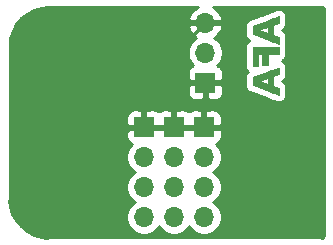
<source format=gbl>
G04 #@! TF.GenerationSoftware,KiCad,Pcbnew,(5.1.5)-3*
G04 #@! TF.CreationDate,2020-09-29T13:04:06-07:00*
G04 #@! TF.ProjectId,can_servo_x3_breakout,63616e5f-7365-4727-966f-5f78335f6272,rev?*
G04 #@! TF.SameCoordinates,Original*
G04 #@! TF.FileFunction,Copper,L2,Bot*
G04 #@! TF.FilePolarity,Positive*
%FSLAX46Y46*%
G04 Gerber Fmt 4.6, Leading zero omitted, Abs format (unit mm)*
G04 Created by KiCad (PCBNEW (5.1.5)-3) date 2020-09-29 13:04:06*
%MOMM*%
%LPD*%
G04 APERTURE LIST*
%ADD10C,0.010000*%
%ADD11O,1.700000X1.700000*%
%ADD12R,1.700000X1.700000*%
%ADD13C,0.800000*%
%ADD14C,0.250000*%
%ADD15C,0.254000*%
G04 APERTURE END LIST*
D10*
G36*
X227209350Y-76769695D02*
G01*
X227424157Y-76849749D01*
X227630025Y-76926479D01*
X227820704Y-76997558D01*
X227989947Y-77060654D01*
X228131505Y-77113438D01*
X228239131Y-77153582D01*
X228306574Y-77178755D01*
X228314250Y-77181623D01*
X228473000Y-77240963D01*
X228473000Y-76643918D01*
X228028500Y-76492100D01*
X228014616Y-75651134D01*
X228243808Y-75577889D01*
X228473000Y-75504643D01*
X228473000Y-74930436D01*
X228314250Y-74989521D01*
X228255054Y-75011574D01*
X228154511Y-75049057D01*
X228018867Y-75099640D01*
X227854368Y-75160992D01*
X227667260Y-75230784D01*
X227609400Y-75252368D01*
X227609400Y-75796302D01*
X227609400Y-76346838D01*
X227228641Y-76216269D01*
X227099358Y-76171178D01*
X226988879Y-76131202D01*
X226905315Y-76099391D01*
X226856774Y-76078797D01*
X226847824Y-76073000D01*
X226870508Y-76060820D01*
X226933208Y-76035398D01*
X227027832Y-75999809D01*
X227146288Y-75957126D01*
X227228582Y-75928301D01*
X227609400Y-75796302D01*
X227609400Y-75252368D01*
X227463792Y-75306687D01*
X227250209Y-75386370D01*
X227209350Y-75401614D01*
X226263200Y-75754623D01*
X226263200Y-76417108D01*
X227209350Y-76769695D01*
G37*
X227209350Y-76769695D02*
X227424157Y-76849749D01*
X227630025Y-76926479D01*
X227820704Y-76997558D01*
X227989947Y-77060654D01*
X228131505Y-77113438D01*
X228239131Y-77153582D01*
X228306574Y-77178755D01*
X228314250Y-77181623D01*
X228473000Y-77240963D01*
X228473000Y-76643918D01*
X228028500Y-76492100D01*
X228014616Y-75651134D01*
X228243808Y-75577889D01*
X228473000Y-75504643D01*
X228473000Y-74930436D01*
X228314250Y-74989521D01*
X228255054Y-75011574D01*
X228154511Y-75049057D01*
X228018867Y-75099640D01*
X227854368Y-75160992D01*
X227667260Y-75230784D01*
X227609400Y-75252368D01*
X227609400Y-75796302D01*
X227609400Y-76346838D01*
X227228641Y-76216269D01*
X227099358Y-76171178D01*
X226988879Y-76131202D01*
X226905315Y-76099391D01*
X226856774Y-76078797D01*
X226847824Y-76073000D01*
X226870508Y-76060820D01*
X226933208Y-76035398D01*
X227027832Y-75999809D01*
X227146288Y-75957126D01*
X227228582Y-75928301D01*
X227609400Y-75796302D01*
X227609400Y-75252368D01*
X227463792Y-75306687D01*
X227250209Y-75386370D01*
X227209350Y-75401614D01*
X226263200Y-75754623D01*
X226263200Y-76417108D01*
X227209350Y-76769695D01*
G36*
X227209350Y-72426295D02*
G01*
X227424157Y-72506349D01*
X227630025Y-72583079D01*
X227820704Y-72654158D01*
X227989947Y-72717254D01*
X228131505Y-72770038D01*
X228239131Y-72810182D01*
X228306574Y-72835355D01*
X228314250Y-72838223D01*
X228473000Y-72897563D01*
X228473000Y-72300518D01*
X228028500Y-72148700D01*
X228014616Y-71307734D01*
X228243808Y-71234489D01*
X228473000Y-71161243D01*
X228473000Y-70587036D01*
X228314250Y-70646121D01*
X228255054Y-70668174D01*
X228154511Y-70705657D01*
X228018867Y-70756240D01*
X227854368Y-70817592D01*
X227667260Y-70887384D01*
X227609400Y-70908968D01*
X227609400Y-71452902D01*
X227609400Y-72003438D01*
X227228641Y-71872869D01*
X227099358Y-71827778D01*
X226988879Y-71787802D01*
X226905315Y-71755991D01*
X226856774Y-71735397D01*
X226847824Y-71729600D01*
X226870508Y-71717420D01*
X226933208Y-71691998D01*
X227027832Y-71656409D01*
X227146288Y-71613726D01*
X227228582Y-71584901D01*
X227609400Y-71452902D01*
X227609400Y-70908968D01*
X227463792Y-70963287D01*
X227250209Y-71042970D01*
X227209350Y-71058214D01*
X226263200Y-71411223D01*
X226263200Y-72073708D01*
X227209350Y-72426295D01*
G37*
X227209350Y-72426295D02*
X227424157Y-72506349D01*
X227630025Y-72583079D01*
X227820704Y-72654158D01*
X227989947Y-72717254D01*
X228131505Y-72770038D01*
X228239131Y-72810182D01*
X228306574Y-72835355D01*
X228314250Y-72838223D01*
X228473000Y-72897563D01*
X228473000Y-72300518D01*
X228028500Y-72148700D01*
X228014616Y-71307734D01*
X228243808Y-71234489D01*
X228473000Y-71161243D01*
X228473000Y-70587036D01*
X228314250Y-70646121D01*
X228255054Y-70668174D01*
X228154511Y-70705657D01*
X228018867Y-70756240D01*
X227854368Y-70817592D01*
X227667260Y-70887384D01*
X227609400Y-70908968D01*
X227609400Y-71452902D01*
X227609400Y-72003438D01*
X227228641Y-71872869D01*
X227099358Y-71827778D01*
X226988879Y-71787802D01*
X226905315Y-71755991D01*
X226856774Y-71735397D01*
X226847824Y-71729600D01*
X226870508Y-71717420D01*
X226933208Y-71691998D01*
X227027832Y-71656409D01*
X227146288Y-71613726D01*
X227228582Y-71584901D01*
X227609400Y-71452902D01*
X227609400Y-70908968D01*
X227463792Y-70963287D01*
X227250209Y-71042970D01*
X227209350Y-71058214D01*
X226263200Y-71411223D01*
X226263200Y-72073708D01*
X227209350Y-72426295D01*
G36*
X226695000Y-74803000D02*
G01*
X226695000Y-73787000D01*
X227101400Y-73787000D01*
X227101400Y-74726800D01*
X227533200Y-74726800D01*
X227533200Y-73787000D01*
X228473000Y-73787000D01*
X228473000Y-73202800D01*
X226263200Y-73202800D01*
X226263200Y-74803000D01*
X226695000Y-74803000D01*
G37*
X226695000Y-74803000D02*
X226695000Y-73787000D01*
X227101400Y-73787000D01*
X227101400Y-74726800D01*
X227533200Y-74726800D01*
X227533200Y-73787000D01*
X228473000Y-73787000D01*
X228473000Y-73202800D01*
X226263200Y-73202800D01*
X226263200Y-74803000D01*
X226695000Y-74803000D01*
D11*
X222148400Y-87579200D03*
X222148400Y-85039200D03*
X222148400Y-82499200D03*
D12*
X222148400Y-79959200D03*
D11*
X219608400Y-87579200D03*
X219608400Y-85039200D03*
X219608400Y-82499200D03*
D12*
X219608400Y-79959200D03*
D11*
X217068400Y-87579200D03*
X217068400Y-85039200D03*
X217068400Y-82499200D03*
D12*
X217068400Y-79959200D03*
D11*
X222250000Y-71120000D03*
X222250000Y-73660000D03*
D12*
X222250000Y-76200000D03*
D13*
X228346000Y-87376000D03*
X228346000Y-82550000D03*
X208534000Y-70866000D03*
X213360000Y-75438000D03*
X208534000Y-75438000D03*
X213360000Y-70866000D03*
X209042000Y-83312000D03*
X218948000Y-75438000D03*
X219202000Y-71120000D03*
X214122000Y-86614000D03*
D14*
X215968400Y-79959200D02*
X217068400Y-79959200D01*
X214122000Y-81805600D02*
X215968400Y-79959200D01*
X214122000Y-86614000D02*
X214122000Y-81805600D01*
X219590800Y-79959200D02*
X222148400Y-79959200D01*
X217068400Y-79959200D02*
X219590800Y-79959200D01*
X222250000Y-79857600D02*
X222148400Y-79959200D01*
X222250000Y-76200000D02*
X222250000Y-79857600D01*
X221150000Y-76200000D02*
X222250000Y-76200000D01*
X220472000Y-75522000D02*
X221150000Y-76200000D01*
X220472000Y-72898000D02*
X220472000Y-75522000D01*
X222250000Y-71120000D02*
X220472000Y-72898000D01*
D15*
G36*
X232128356Y-69776580D02*
G01*
X232186405Y-69807445D01*
X232237343Y-69848989D01*
X232279248Y-69899644D01*
X232310515Y-69957471D01*
X232313534Y-69967222D01*
X232305000Y-70053866D01*
X232305001Y-89034135D01*
X232313577Y-89121210D01*
X232311420Y-89128357D01*
X232280554Y-89186406D01*
X232239011Y-89237343D01*
X232188356Y-89279248D01*
X232130529Y-89310515D01*
X232120778Y-89313534D01*
X232034135Y-89305000D01*
X208965865Y-89305000D01*
X208863756Y-89315057D01*
X208842781Y-89321420D01*
X208351874Y-89273286D01*
X207728430Y-89085057D01*
X207153427Y-88779323D01*
X206648752Y-88367721D01*
X206233638Y-87865933D01*
X205923896Y-87293077D01*
X205731318Y-86670961D01*
X205677645Y-86160301D01*
X205684943Y-86136244D01*
X205695000Y-86034135D01*
X205695000Y-80809200D01*
X215580328Y-80809200D01*
X215592588Y-80933682D01*
X215628898Y-81053380D01*
X215687863Y-81163694D01*
X215767215Y-81260385D01*
X215863906Y-81339737D01*
X215974220Y-81398702D01*
X216046780Y-81420713D01*
X215914925Y-81552568D01*
X215752410Y-81795789D01*
X215640468Y-82066042D01*
X215583400Y-82352940D01*
X215583400Y-82645460D01*
X215640468Y-82932358D01*
X215752410Y-83202611D01*
X215914925Y-83445832D01*
X216121768Y-83652675D01*
X216296160Y-83769200D01*
X216121768Y-83885725D01*
X215914925Y-84092568D01*
X215752410Y-84335789D01*
X215640468Y-84606042D01*
X215583400Y-84892940D01*
X215583400Y-85185460D01*
X215640468Y-85472358D01*
X215752410Y-85742611D01*
X215914925Y-85985832D01*
X216121768Y-86192675D01*
X216296160Y-86309200D01*
X216121768Y-86425725D01*
X215914925Y-86632568D01*
X215752410Y-86875789D01*
X215640468Y-87146042D01*
X215583400Y-87432940D01*
X215583400Y-87725460D01*
X215640468Y-88012358D01*
X215752410Y-88282611D01*
X215914925Y-88525832D01*
X216121768Y-88732675D01*
X216364989Y-88895190D01*
X216635242Y-89007132D01*
X216922140Y-89064200D01*
X217214660Y-89064200D01*
X217501558Y-89007132D01*
X217771811Y-88895190D01*
X218015032Y-88732675D01*
X218221875Y-88525832D01*
X218338400Y-88351440D01*
X218454925Y-88525832D01*
X218661768Y-88732675D01*
X218904989Y-88895190D01*
X219175242Y-89007132D01*
X219462140Y-89064200D01*
X219754660Y-89064200D01*
X220041558Y-89007132D01*
X220311811Y-88895190D01*
X220555032Y-88732675D01*
X220761875Y-88525832D01*
X220878400Y-88351440D01*
X220994925Y-88525832D01*
X221201768Y-88732675D01*
X221444989Y-88895190D01*
X221715242Y-89007132D01*
X222002140Y-89064200D01*
X222294660Y-89064200D01*
X222581558Y-89007132D01*
X222851811Y-88895190D01*
X223095032Y-88732675D01*
X223301875Y-88525832D01*
X223464390Y-88282611D01*
X223576332Y-88012358D01*
X223633400Y-87725460D01*
X223633400Y-87432940D01*
X223576332Y-87146042D01*
X223464390Y-86875789D01*
X223301875Y-86632568D01*
X223095032Y-86425725D01*
X222920640Y-86309200D01*
X223095032Y-86192675D01*
X223301875Y-85985832D01*
X223464390Y-85742611D01*
X223576332Y-85472358D01*
X223633400Y-85185460D01*
X223633400Y-84892940D01*
X223576332Y-84606042D01*
X223464390Y-84335789D01*
X223301875Y-84092568D01*
X223095032Y-83885725D01*
X222920640Y-83769200D01*
X223095032Y-83652675D01*
X223301875Y-83445832D01*
X223464390Y-83202611D01*
X223576332Y-82932358D01*
X223633400Y-82645460D01*
X223633400Y-82352940D01*
X223576332Y-82066042D01*
X223464390Y-81795789D01*
X223301875Y-81552568D01*
X223170020Y-81420713D01*
X223242580Y-81398702D01*
X223352894Y-81339737D01*
X223449585Y-81260385D01*
X223528937Y-81163694D01*
X223587902Y-81053380D01*
X223624212Y-80933682D01*
X223636472Y-80809200D01*
X223633400Y-80244950D01*
X223474650Y-80086200D01*
X222275400Y-80086200D01*
X222275400Y-80106200D01*
X222021400Y-80106200D01*
X222021400Y-80086200D01*
X219735400Y-80086200D01*
X219735400Y-80106200D01*
X219481400Y-80106200D01*
X219481400Y-80086200D01*
X217195400Y-80086200D01*
X217195400Y-80106200D01*
X216941400Y-80106200D01*
X216941400Y-80086200D01*
X215742150Y-80086200D01*
X215583400Y-80244950D01*
X215580328Y-80809200D01*
X205695000Y-80809200D01*
X205695000Y-79109200D01*
X215580328Y-79109200D01*
X215583400Y-79673450D01*
X215742150Y-79832200D01*
X216941400Y-79832200D01*
X216941400Y-78632950D01*
X217195400Y-78632950D01*
X217195400Y-79832200D01*
X219481400Y-79832200D01*
X219481400Y-78632950D01*
X219735400Y-78632950D01*
X219735400Y-79832200D01*
X222021400Y-79832200D01*
X222021400Y-78632950D01*
X222275400Y-78632950D01*
X222275400Y-79832200D01*
X223474650Y-79832200D01*
X223633400Y-79673450D01*
X223636472Y-79109200D01*
X223624212Y-78984718D01*
X223587902Y-78865020D01*
X223528937Y-78754706D01*
X223449585Y-78658015D01*
X223352894Y-78578663D01*
X223242580Y-78519698D01*
X223122882Y-78483388D01*
X222998400Y-78471128D01*
X222434150Y-78474200D01*
X222275400Y-78632950D01*
X222021400Y-78632950D01*
X221862650Y-78474200D01*
X221298400Y-78471128D01*
X221173918Y-78483388D01*
X221054220Y-78519698D01*
X220943906Y-78578663D01*
X220878400Y-78632422D01*
X220812894Y-78578663D01*
X220702580Y-78519698D01*
X220582882Y-78483388D01*
X220458400Y-78471128D01*
X219894150Y-78474200D01*
X219735400Y-78632950D01*
X219481400Y-78632950D01*
X219322650Y-78474200D01*
X218758400Y-78471128D01*
X218633918Y-78483388D01*
X218514220Y-78519698D01*
X218403906Y-78578663D01*
X218338400Y-78632422D01*
X218272894Y-78578663D01*
X218162580Y-78519698D01*
X218042882Y-78483388D01*
X217918400Y-78471128D01*
X217354150Y-78474200D01*
X217195400Y-78632950D01*
X216941400Y-78632950D01*
X216782650Y-78474200D01*
X216218400Y-78471128D01*
X216093918Y-78483388D01*
X215974220Y-78519698D01*
X215863906Y-78578663D01*
X215767215Y-78658015D01*
X215687863Y-78754706D01*
X215628898Y-78865020D01*
X215592588Y-78984718D01*
X215580328Y-79109200D01*
X205695000Y-79109200D01*
X205695000Y-77050000D01*
X220761928Y-77050000D01*
X220774188Y-77174482D01*
X220810498Y-77294180D01*
X220869463Y-77404494D01*
X220948815Y-77501185D01*
X221045506Y-77580537D01*
X221155820Y-77639502D01*
X221275518Y-77675812D01*
X221400000Y-77688072D01*
X221964250Y-77685000D01*
X222123000Y-77526250D01*
X222123000Y-76327000D01*
X222377000Y-76327000D01*
X222377000Y-77526250D01*
X222535750Y-77685000D01*
X223100000Y-77688072D01*
X223224482Y-77675812D01*
X223344180Y-77639502D01*
X223454494Y-77580537D01*
X223551185Y-77501185D01*
X223630537Y-77404494D01*
X223689502Y-77294180D01*
X223725812Y-77174482D01*
X223738072Y-77050000D01*
X223735000Y-76485750D01*
X223576250Y-76327000D01*
X222377000Y-76327000D01*
X222123000Y-76327000D01*
X220923750Y-76327000D01*
X220765000Y-76485750D01*
X220761928Y-77050000D01*
X205695000Y-77050000D01*
X205695000Y-75350000D01*
X220761928Y-75350000D01*
X220765000Y-75914250D01*
X220923750Y-76073000D01*
X222123000Y-76073000D01*
X222123000Y-76053000D01*
X222377000Y-76053000D01*
X222377000Y-76073000D01*
X223576250Y-76073000D01*
X223735000Y-75914250D01*
X223738072Y-75350000D01*
X223725812Y-75225518D01*
X223689502Y-75105820D01*
X223630537Y-74995506D01*
X223551185Y-74898815D01*
X223454494Y-74819463D01*
X223344180Y-74760498D01*
X223271620Y-74738487D01*
X223403475Y-74606632D01*
X223565990Y-74363411D01*
X223677932Y-74093158D01*
X223735000Y-73806260D01*
X223735000Y-73513740D01*
X223677932Y-73226842D01*
X223565990Y-72956589D01*
X223403475Y-72713368D01*
X223196632Y-72506525D01*
X223014466Y-72384805D01*
X223131355Y-72315178D01*
X223347588Y-72120269D01*
X223521641Y-71886920D01*
X223646825Y-71624099D01*
X223691476Y-71476890D01*
X223656822Y-71411223D01*
X225623200Y-71411223D01*
X225623200Y-72073708D01*
X225624054Y-72082421D01*
X225623438Y-72091152D01*
X225630142Y-72144507D01*
X225635389Y-72198018D01*
X225637918Y-72206396D01*
X225639010Y-72215083D01*
X225655958Y-72266144D01*
X225671491Y-72317593D01*
X225675597Y-72325315D01*
X225678357Y-72333631D01*
X225704895Y-72380418D01*
X225730130Y-72427879D01*
X225735664Y-72434664D01*
X225739982Y-72442277D01*
X225775088Y-72483003D01*
X225809075Y-72524674D01*
X225815819Y-72530253D01*
X225821535Y-72536884D01*
X225863881Y-72570013D01*
X225905317Y-72604292D01*
X225913020Y-72608457D01*
X225919912Y-72613849D01*
X225967887Y-72638123D01*
X225968178Y-72638281D01*
X225966118Y-72639376D01*
X225912760Y-72667271D01*
X225911015Y-72668674D01*
X225909029Y-72669730D01*
X225862346Y-72707805D01*
X225815415Y-72745537D01*
X225813970Y-72747259D01*
X225812234Y-72748675D01*
X225773907Y-72795004D01*
X225735127Y-72841221D01*
X225734044Y-72843191D01*
X225732616Y-72844917D01*
X225704017Y-72897809D01*
X225674953Y-72950677D01*
X225674273Y-72952820D01*
X225673208Y-72954790D01*
X225655404Y-73012305D01*
X225637186Y-73069737D01*
X225636936Y-73071965D01*
X225636272Y-73074110D01*
X225629980Y-73133977D01*
X225623262Y-73193864D01*
X225623232Y-73198179D01*
X225623216Y-73198332D01*
X225623230Y-73198485D01*
X225623200Y-73202800D01*
X225623200Y-74803000D01*
X225629077Y-74862938D01*
X225634536Y-74922924D01*
X225635170Y-74925079D01*
X225635389Y-74927310D01*
X225652774Y-74984891D01*
X225669802Y-75042748D01*
X225670843Y-75044740D01*
X225671491Y-75046885D01*
X225699776Y-75100082D01*
X225727671Y-75153440D01*
X225729074Y-75155185D01*
X225730130Y-75157171D01*
X225768205Y-75203854D01*
X225805937Y-75250785D01*
X225807659Y-75252230D01*
X225809075Y-75253966D01*
X225837930Y-75277837D01*
X225827862Y-75285496D01*
X225822144Y-75291950D01*
X225815415Y-75297360D01*
X225780761Y-75338660D01*
X225745031Y-75378988D01*
X225740672Y-75386435D01*
X225735127Y-75393044D01*
X225709160Y-75440278D01*
X225681939Y-75486788D01*
X225679111Y-75494937D01*
X225674953Y-75502500D01*
X225658658Y-75553871D01*
X225640986Y-75604790D01*
X225639794Y-75613339D01*
X225637186Y-75621560D01*
X225631178Y-75675123D01*
X225623734Y-75728498D01*
X225624224Y-75737107D01*
X225623262Y-75745687D01*
X225623200Y-75754623D01*
X225623200Y-76417108D01*
X225624054Y-76425821D01*
X225623438Y-76434552D01*
X225630142Y-76487907D01*
X225635389Y-76541418D01*
X225637918Y-76549796D01*
X225639010Y-76558483D01*
X225655958Y-76609544D01*
X225671491Y-76660993D01*
X225675597Y-76668715D01*
X225678357Y-76677031D01*
X225704895Y-76723818D01*
X225730130Y-76771279D01*
X225735664Y-76778064D01*
X225739982Y-76785677D01*
X225775088Y-76826403D01*
X225809075Y-76868074D01*
X225815819Y-76873653D01*
X225821535Y-76880284D01*
X225863881Y-76913413D01*
X225905317Y-76947692D01*
X225913020Y-76951857D01*
X225919912Y-76957249D01*
X225967887Y-76981523D01*
X226015190Y-77007100D01*
X226023550Y-77009688D01*
X226031363Y-77013641D01*
X226039715Y-77016820D01*
X226985852Y-77369402D01*
X227200630Y-77449445D01*
X227200640Y-77449449D01*
X227406426Y-77526148D01*
X227406480Y-77526169D01*
X227597135Y-77597239D01*
X227766337Y-77660320D01*
X227766343Y-77660322D01*
X227907825Y-77713077D01*
X227907840Y-77713083D01*
X228015466Y-77753227D01*
X228015469Y-77753228D01*
X228082527Y-77778257D01*
X228082574Y-77778275D01*
X228090148Y-77781105D01*
X228090164Y-77781111D01*
X228248914Y-77840451D01*
X228296891Y-77853212D01*
X228344310Y-77867891D01*
X228357151Y-77869241D01*
X228369623Y-77872558D01*
X228419153Y-77875757D01*
X228468532Y-77880947D01*
X228481389Y-77879777D01*
X228494270Y-77880609D01*
X228543490Y-77874126D01*
X228592924Y-77869627D01*
X228605304Y-77865983D01*
X228618106Y-77864297D01*
X228665129Y-77848376D01*
X228712748Y-77834361D01*
X228724190Y-77828379D01*
X228736415Y-77824240D01*
X228779441Y-77799494D01*
X228823440Y-77776492D01*
X228833502Y-77768402D01*
X228844691Y-77761967D01*
X228882086Y-77729340D01*
X228920785Y-77698226D01*
X228929086Y-77688333D01*
X228938809Y-77679850D01*
X228969153Y-77640583D01*
X229001073Y-77602542D01*
X229007294Y-77591226D01*
X229015184Y-77581016D01*
X229037320Y-77536610D01*
X229061247Y-77493086D01*
X229065152Y-77480774D01*
X229070908Y-77469228D01*
X229084003Y-77421349D01*
X229099014Y-77374026D01*
X229100452Y-77361202D01*
X229103859Y-77348747D01*
X229107405Y-77299221D01*
X229112938Y-77249899D01*
X229113000Y-77240963D01*
X229113000Y-76643918D01*
X229111284Y-76626413D01*
X229112038Y-76608834D01*
X229105200Y-76564366D01*
X229100811Y-76519608D01*
X229095728Y-76502771D01*
X229093053Y-76485379D01*
X229077705Y-76443079D01*
X229064709Y-76400033D01*
X229056454Y-76384508D01*
X229050451Y-76367962D01*
X229027181Y-76329452D01*
X229006070Y-76289747D01*
X228994952Y-76276115D01*
X228985853Y-76261057D01*
X228955550Y-76227804D01*
X228927125Y-76192952D01*
X228913573Y-76181741D01*
X228901721Y-76168735D01*
X228865535Y-76142001D01*
X228830883Y-76113334D01*
X228815410Y-76104968D01*
X228801259Y-76094513D01*
X228760572Y-76075317D01*
X228759506Y-76074741D01*
X228782526Y-76064816D01*
X228802239Y-76051256D01*
X228823440Y-76040172D01*
X228853581Y-76015939D01*
X228885436Y-75994026D01*
X228902134Y-75976901D01*
X228920785Y-75961906D01*
X228945642Y-75932282D01*
X228972637Y-75904598D01*
X228985696Y-75884548D01*
X229001073Y-75866222D01*
X229019701Y-75832338D01*
X229040806Y-75799934D01*
X229049720Y-75777733D01*
X229061247Y-75756766D01*
X229072939Y-75719908D01*
X229087348Y-75684022D01*
X229091781Y-75660507D01*
X229099014Y-75637706D01*
X229103324Y-75599282D01*
X229110489Y-75561279D01*
X229110271Y-75537357D01*
X229112938Y-75513579D01*
X229113000Y-75504643D01*
X229113000Y-74930436D01*
X229108199Y-74881476D01*
X229105441Y-74832363D01*
X229102115Y-74819422D01*
X229100811Y-74806126D01*
X229086594Y-74759038D01*
X229074347Y-74711389D01*
X229068570Y-74699340D01*
X229064709Y-74686551D01*
X229041615Y-74643117D01*
X229020348Y-74598758D01*
X229012343Y-74588064D01*
X229006070Y-74576265D01*
X228974979Y-74538144D01*
X228945501Y-74498761D01*
X228935568Y-74489822D01*
X228927125Y-74479470D01*
X228889225Y-74448116D01*
X228852656Y-74415207D01*
X228841177Y-74408368D01*
X228830883Y-74399852D01*
X228787622Y-74376461D01*
X228756258Y-74357775D01*
X228770082Y-74350424D01*
X228823440Y-74322529D01*
X228825185Y-74321126D01*
X228827171Y-74320070D01*
X228873854Y-74281995D01*
X228920785Y-74244263D01*
X228922230Y-74242541D01*
X228923966Y-74241125D01*
X228962293Y-74194796D01*
X229001073Y-74148579D01*
X229002156Y-74146609D01*
X229003584Y-74144883D01*
X229032183Y-74091991D01*
X229061247Y-74039123D01*
X229061927Y-74036980D01*
X229062992Y-74035010D01*
X229080796Y-73977495D01*
X229099014Y-73920063D01*
X229099264Y-73917835D01*
X229099928Y-73915690D01*
X229106220Y-73855823D01*
X229112938Y-73795936D01*
X229112968Y-73791621D01*
X229112984Y-73791468D01*
X229112970Y-73791315D01*
X229113000Y-73787000D01*
X229113000Y-73202800D01*
X229107123Y-73142862D01*
X229101664Y-73082876D01*
X229101030Y-73080721D01*
X229100811Y-73078490D01*
X229092531Y-73051064D01*
X229099014Y-73030626D01*
X229100452Y-73017802D01*
X229103859Y-73005347D01*
X229107405Y-72955821D01*
X229112938Y-72906499D01*
X229113000Y-72897563D01*
X229113000Y-72300518D01*
X229111284Y-72283013D01*
X229112038Y-72265434D01*
X229105200Y-72220966D01*
X229100811Y-72176208D01*
X229095728Y-72159371D01*
X229093053Y-72141979D01*
X229077705Y-72099679D01*
X229064709Y-72056633D01*
X229056454Y-72041108D01*
X229050451Y-72024562D01*
X229027181Y-71986052D01*
X229006070Y-71946347D01*
X228994952Y-71932715D01*
X228985853Y-71917657D01*
X228955550Y-71884404D01*
X228927125Y-71849552D01*
X228913573Y-71838341D01*
X228901721Y-71825335D01*
X228865535Y-71798601D01*
X228830883Y-71769934D01*
X228815410Y-71761568D01*
X228801259Y-71751113D01*
X228760572Y-71731917D01*
X228759506Y-71731341D01*
X228782526Y-71721416D01*
X228802239Y-71707856D01*
X228823440Y-71696772D01*
X228853581Y-71672539D01*
X228885436Y-71650626D01*
X228902134Y-71633501D01*
X228920785Y-71618506D01*
X228945642Y-71588882D01*
X228972637Y-71561198D01*
X228985696Y-71541148D01*
X229001073Y-71522822D01*
X229019701Y-71488938D01*
X229040806Y-71456534D01*
X229049720Y-71434333D01*
X229061247Y-71413366D01*
X229072939Y-71376508D01*
X229087348Y-71340622D01*
X229091781Y-71317107D01*
X229099014Y-71294306D01*
X229103324Y-71255882D01*
X229110489Y-71217879D01*
X229110271Y-71193957D01*
X229112938Y-71170179D01*
X229113000Y-71161243D01*
X229113000Y-70587036D01*
X229108199Y-70538076D01*
X229105441Y-70488963D01*
X229102115Y-70476022D01*
X229100811Y-70462726D01*
X229086594Y-70415638D01*
X229074347Y-70367989D01*
X229068570Y-70355940D01*
X229064709Y-70343151D01*
X229041615Y-70299717D01*
X229020348Y-70255358D01*
X229012343Y-70244664D01*
X229006070Y-70232865D01*
X228974979Y-70194744D01*
X228945501Y-70155361D01*
X228935568Y-70146422D01*
X228927125Y-70136070D01*
X228889225Y-70104716D01*
X228852656Y-70071807D01*
X228841177Y-70064968D01*
X228830883Y-70056452D01*
X228787622Y-70033061D01*
X228745350Y-70007876D01*
X228732757Y-70003395D01*
X228721010Y-69997044D01*
X228674032Y-69982502D01*
X228627671Y-69966007D01*
X228614452Y-69964058D01*
X228601690Y-69960108D01*
X228552775Y-69954967D01*
X228504100Y-69947792D01*
X228490753Y-69948448D01*
X228477468Y-69947052D01*
X228428479Y-69951510D01*
X228379344Y-69953926D01*
X228366383Y-69957161D01*
X228353076Y-69958372D01*
X228305884Y-69972261D01*
X228258156Y-69984174D01*
X228249760Y-69987233D01*
X228091010Y-70046318D01*
X228091000Y-70046323D01*
X228090824Y-70046387D01*
X228031628Y-70068440D01*
X228031618Y-70068445D01*
X228031489Y-70068492D01*
X227930946Y-70105975D01*
X227930944Y-70105976D01*
X227930892Y-70105995D01*
X227795247Y-70156578D01*
X227795238Y-70156583D01*
X227795220Y-70156589D01*
X227630720Y-70217941D01*
X227630717Y-70217942D01*
X227630699Y-70217949D01*
X227443664Y-70287714D01*
X227443573Y-70287747D01*
X227385713Y-70309331D01*
X227385706Y-70309334D01*
X227385707Y-70309334D01*
X227240159Y-70363630D01*
X227240084Y-70363658D01*
X227026525Y-70443332D01*
X227026495Y-70443343D01*
X226985636Y-70458587D01*
X226985629Y-70458590D01*
X226985630Y-70458590D01*
X226039480Y-70811599D01*
X226031732Y-70815388D01*
X226023452Y-70817825D01*
X225975679Y-70842801D01*
X225927273Y-70866473D01*
X225920406Y-70871697D01*
X225912760Y-70875694D01*
X225870742Y-70909477D01*
X225827862Y-70942096D01*
X225822144Y-70948550D01*
X225815415Y-70953960D01*
X225780761Y-70995260D01*
X225745031Y-71035588D01*
X225740672Y-71043035D01*
X225735127Y-71049644D01*
X225709160Y-71096878D01*
X225681939Y-71143388D01*
X225679111Y-71151537D01*
X225674953Y-71159100D01*
X225658658Y-71210471D01*
X225640986Y-71261390D01*
X225639794Y-71269939D01*
X225637186Y-71278160D01*
X225631178Y-71331723D01*
X225623734Y-71385098D01*
X225624224Y-71393707D01*
X225623262Y-71402287D01*
X225623200Y-71411223D01*
X223656822Y-71411223D01*
X223570155Y-71247000D01*
X222377000Y-71247000D01*
X222377000Y-71267000D01*
X222123000Y-71267000D01*
X222123000Y-71247000D01*
X220929845Y-71247000D01*
X220808524Y-71476890D01*
X220853175Y-71624099D01*
X220978359Y-71886920D01*
X221152412Y-72120269D01*
X221368645Y-72315178D01*
X221485534Y-72384805D01*
X221303368Y-72506525D01*
X221096525Y-72713368D01*
X220934010Y-72956589D01*
X220822068Y-73226842D01*
X220765000Y-73513740D01*
X220765000Y-73806260D01*
X220822068Y-74093158D01*
X220934010Y-74363411D01*
X221096525Y-74606632D01*
X221228380Y-74738487D01*
X221155820Y-74760498D01*
X221045506Y-74819463D01*
X220948815Y-74898815D01*
X220869463Y-74995506D01*
X220810498Y-75105820D01*
X220774188Y-75225518D01*
X220761928Y-75350000D01*
X205695000Y-75350000D01*
X205695000Y-73121990D01*
X205761212Y-72446703D01*
X205947456Y-71829835D01*
X206249971Y-71260886D01*
X206657233Y-70761534D01*
X207153732Y-70350794D01*
X207720552Y-70044315D01*
X208336108Y-69853769D01*
X209009425Y-69783000D01*
X221606733Y-69783000D01*
X221368645Y-69924822D01*
X221152412Y-70119731D01*
X220978359Y-70353080D01*
X220853175Y-70615901D01*
X220808524Y-70763110D01*
X220929845Y-70993000D01*
X222123000Y-70993000D01*
X222123000Y-70973000D01*
X222377000Y-70973000D01*
X222377000Y-70993000D01*
X223570155Y-70993000D01*
X223691476Y-70763110D01*
X223646825Y-70615901D01*
X223521641Y-70353080D01*
X223347588Y-70119731D01*
X223131355Y-69924822D01*
X222893267Y-69783000D01*
X232034135Y-69783000D01*
X232121213Y-69774423D01*
X232128356Y-69776580D01*
G37*
X232128356Y-69776580D02*
X232186405Y-69807445D01*
X232237343Y-69848989D01*
X232279248Y-69899644D01*
X232310515Y-69957471D01*
X232313534Y-69967222D01*
X232305000Y-70053866D01*
X232305001Y-89034135D01*
X232313577Y-89121210D01*
X232311420Y-89128357D01*
X232280554Y-89186406D01*
X232239011Y-89237343D01*
X232188356Y-89279248D01*
X232130529Y-89310515D01*
X232120778Y-89313534D01*
X232034135Y-89305000D01*
X208965865Y-89305000D01*
X208863756Y-89315057D01*
X208842781Y-89321420D01*
X208351874Y-89273286D01*
X207728430Y-89085057D01*
X207153427Y-88779323D01*
X206648752Y-88367721D01*
X206233638Y-87865933D01*
X205923896Y-87293077D01*
X205731318Y-86670961D01*
X205677645Y-86160301D01*
X205684943Y-86136244D01*
X205695000Y-86034135D01*
X205695000Y-80809200D01*
X215580328Y-80809200D01*
X215592588Y-80933682D01*
X215628898Y-81053380D01*
X215687863Y-81163694D01*
X215767215Y-81260385D01*
X215863906Y-81339737D01*
X215974220Y-81398702D01*
X216046780Y-81420713D01*
X215914925Y-81552568D01*
X215752410Y-81795789D01*
X215640468Y-82066042D01*
X215583400Y-82352940D01*
X215583400Y-82645460D01*
X215640468Y-82932358D01*
X215752410Y-83202611D01*
X215914925Y-83445832D01*
X216121768Y-83652675D01*
X216296160Y-83769200D01*
X216121768Y-83885725D01*
X215914925Y-84092568D01*
X215752410Y-84335789D01*
X215640468Y-84606042D01*
X215583400Y-84892940D01*
X215583400Y-85185460D01*
X215640468Y-85472358D01*
X215752410Y-85742611D01*
X215914925Y-85985832D01*
X216121768Y-86192675D01*
X216296160Y-86309200D01*
X216121768Y-86425725D01*
X215914925Y-86632568D01*
X215752410Y-86875789D01*
X215640468Y-87146042D01*
X215583400Y-87432940D01*
X215583400Y-87725460D01*
X215640468Y-88012358D01*
X215752410Y-88282611D01*
X215914925Y-88525832D01*
X216121768Y-88732675D01*
X216364989Y-88895190D01*
X216635242Y-89007132D01*
X216922140Y-89064200D01*
X217214660Y-89064200D01*
X217501558Y-89007132D01*
X217771811Y-88895190D01*
X218015032Y-88732675D01*
X218221875Y-88525832D01*
X218338400Y-88351440D01*
X218454925Y-88525832D01*
X218661768Y-88732675D01*
X218904989Y-88895190D01*
X219175242Y-89007132D01*
X219462140Y-89064200D01*
X219754660Y-89064200D01*
X220041558Y-89007132D01*
X220311811Y-88895190D01*
X220555032Y-88732675D01*
X220761875Y-88525832D01*
X220878400Y-88351440D01*
X220994925Y-88525832D01*
X221201768Y-88732675D01*
X221444989Y-88895190D01*
X221715242Y-89007132D01*
X222002140Y-89064200D01*
X222294660Y-89064200D01*
X222581558Y-89007132D01*
X222851811Y-88895190D01*
X223095032Y-88732675D01*
X223301875Y-88525832D01*
X223464390Y-88282611D01*
X223576332Y-88012358D01*
X223633400Y-87725460D01*
X223633400Y-87432940D01*
X223576332Y-87146042D01*
X223464390Y-86875789D01*
X223301875Y-86632568D01*
X223095032Y-86425725D01*
X222920640Y-86309200D01*
X223095032Y-86192675D01*
X223301875Y-85985832D01*
X223464390Y-85742611D01*
X223576332Y-85472358D01*
X223633400Y-85185460D01*
X223633400Y-84892940D01*
X223576332Y-84606042D01*
X223464390Y-84335789D01*
X223301875Y-84092568D01*
X223095032Y-83885725D01*
X222920640Y-83769200D01*
X223095032Y-83652675D01*
X223301875Y-83445832D01*
X223464390Y-83202611D01*
X223576332Y-82932358D01*
X223633400Y-82645460D01*
X223633400Y-82352940D01*
X223576332Y-82066042D01*
X223464390Y-81795789D01*
X223301875Y-81552568D01*
X223170020Y-81420713D01*
X223242580Y-81398702D01*
X223352894Y-81339737D01*
X223449585Y-81260385D01*
X223528937Y-81163694D01*
X223587902Y-81053380D01*
X223624212Y-80933682D01*
X223636472Y-80809200D01*
X223633400Y-80244950D01*
X223474650Y-80086200D01*
X222275400Y-80086200D01*
X222275400Y-80106200D01*
X222021400Y-80106200D01*
X222021400Y-80086200D01*
X219735400Y-80086200D01*
X219735400Y-80106200D01*
X219481400Y-80106200D01*
X219481400Y-80086200D01*
X217195400Y-80086200D01*
X217195400Y-80106200D01*
X216941400Y-80106200D01*
X216941400Y-80086200D01*
X215742150Y-80086200D01*
X215583400Y-80244950D01*
X215580328Y-80809200D01*
X205695000Y-80809200D01*
X205695000Y-79109200D01*
X215580328Y-79109200D01*
X215583400Y-79673450D01*
X215742150Y-79832200D01*
X216941400Y-79832200D01*
X216941400Y-78632950D01*
X217195400Y-78632950D01*
X217195400Y-79832200D01*
X219481400Y-79832200D01*
X219481400Y-78632950D01*
X219735400Y-78632950D01*
X219735400Y-79832200D01*
X222021400Y-79832200D01*
X222021400Y-78632950D01*
X222275400Y-78632950D01*
X222275400Y-79832200D01*
X223474650Y-79832200D01*
X223633400Y-79673450D01*
X223636472Y-79109200D01*
X223624212Y-78984718D01*
X223587902Y-78865020D01*
X223528937Y-78754706D01*
X223449585Y-78658015D01*
X223352894Y-78578663D01*
X223242580Y-78519698D01*
X223122882Y-78483388D01*
X222998400Y-78471128D01*
X222434150Y-78474200D01*
X222275400Y-78632950D01*
X222021400Y-78632950D01*
X221862650Y-78474200D01*
X221298400Y-78471128D01*
X221173918Y-78483388D01*
X221054220Y-78519698D01*
X220943906Y-78578663D01*
X220878400Y-78632422D01*
X220812894Y-78578663D01*
X220702580Y-78519698D01*
X220582882Y-78483388D01*
X220458400Y-78471128D01*
X219894150Y-78474200D01*
X219735400Y-78632950D01*
X219481400Y-78632950D01*
X219322650Y-78474200D01*
X218758400Y-78471128D01*
X218633918Y-78483388D01*
X218514220Y-78519698D01*
X218403906Y-78578663D01*
X218338400Y-78632422D01*
X218272894Y-78578663D01*
X218162580Y-78519698D01*
X218042882Y-78483388D01*
X217918400Y-78471128D01*
X217354150Y-78474200D01*
X217195400Y-78632950D01*
X216941400Y-78632950D01*
X216782650Y-78474200D01*
X216218400Y-78471128D01*
X216093918Y-78483388D01*
X215974220Y-78519698D01*
X215863906Y-78578663D01*
X215767215Y-78658015D01*
X215687863Y-78754706D01*
X215628898Y-78865020D01*
X215592588Y-78984718D01*
X215580328Y-79109200D01*
X205695000Y-79109200D01*
X205695000Y-77050000D01*
X220761928Y-77050000D01*
X220774188Y-77174482D01*
X220810498Y-77294180D01*
X220869463Y-77404494D01*
X220948815Y-77501185D01*
X221045506Y-77580537D01*
X221155820Y-77639502D01*
X221275518Y-77675812D01*
X221400000Y-77688072D01*
X221964250Y-77685000D01*
X222123000Y-77526250D01*
X222123000Y-76327000D01*
X222377000Y-76327000D01*
X222377000Y-77526250D01*
X222535750Y-77685000D01*
X223100000Y-77688072D01*
X223224482Y-77675812D01*
X223344180Y-77639502D01*
X223454494Y-77580537D01*
X223551185Y-77501185D01*
X223630537Y-77404494D01*
X223689502Y-77294180D01*
X223725812Y-77174482D01*
X223738072Y-77050000D01*
X223735000Y-76485750D01*
X223576250Y-76327000D01*
X222377000Y-76327000D01*
X222123000Y-76327000D01*
X220923750Y-76327000D01*
X220765000Y-76485750D01*
X220761928Y-77050000D01*
X205695000Y-77050000D01*
X205695000Y-75350000D01*
X220761928Y-75350000D01*
X220765000Y-75914250D01*
X220923750Y-76073000D01*
X222123000Y-76073000D01*
X222123000Y-76053000D01*
X222377000Y-76053000D01*
X222377000Y-76073000D01*
X223576250Y-76073000D01*
X223735000Y-75914250D01*
X223738072Y-75350000D01*
X223725812Y-75225518D01*
X223689502Y-75105820D01*
X223630537Y-74995506D01*
X223551185Y-74898815D01*
X223454494Y-74819463D01*
X223344180Y-74760498D01*
X223271620Y-74738487D01*
X223403475Y-74606632D01*
X223565990Y-74363411D01*
X223677932Y-74093158D01*
X223735000Y-73806260D01*
X223735000Y-73513740D01*
X223677932Y-73226842D01*
X223565990Y-72956589D01*
X223403475Y-72713368D01*
X223196632Y-72506525D01*
X223014466Y-72384805D01*
X223131355Y-72315178D01*
X223347588Y-72120269D01*
X223521641Y-71886920D01*
X223646825Y-71624099D01*
X223691476Y-71476890D01*
X223656822Y-71411223D01*
X225623200Y-71411223D01*
X225623200Y-72073708D01*
X225624054Y-72082421D01*
X225623438Y-72091152D01*
X225630142Y-72144507D01*
X225635389Y-72198018D01*
X225637918Y-72206396D01*
X225639010Y-72215083D01*
X225655958Y-72266144D01*
X225671491Y-72317593D01*
X225675597Y-72325315D01*
X225678357Y-72333631D01*
X225704895Y-72380418D01*
X225730130Y-72427879D01*
X225735664Y-72434664D01*
X225739982Y-72442277D01*
X225775088Y-72483003D01*
X225809075Y-72524674D01*
X225815819Y-72530253D01*
X225821535Y-72536884D01*
X225863881Y-72570013D01*
X225905317Y-72604292D01*
X225913020Y-72608457D01*
X225919912Y-72613849D01*
X225967887Y-72638123D01*
X225968178Y-72638281D01*
X225966118Y-72639376D01*
X225912760Y-72667271D01*
X225911015Y-72668674D01*
X225909029Y-72669730D01*
X225862346Y-72707805D01*
X225815415Y-72745537D01*
X225813970Y-72747259D01*
X225812234Y-72748675D01*
X225773907Y-72795004D01*
X225735127Y-72841221D01*
X225734044Y-72843191D01*
X225732616Y-72844917D01*
X225704017Y-72897809D01*
X225674953Y-72950677D01*
X225674273Y-72952820D01*
X225673208Y-72954790D01*
X225655404Y-73012305D01*
X225637186Y-73069737D01*
X225636936Y-73071965D01*
X225636272Y-73074110D01*
X225629980Y-73133977D01*
X225623262Y-73193864D01*
X225623232Y-73198179D01*
X225623216Y-73198332D01*
X225623230Y-73198485D01*
X225623200Y-73202800D01*
X225623200Y-74803000D01*
X225629077Y-74862938D01*
X225634536Y-74922924D01*
X225635170Y-74925079D01*
X225635389Y-74927310D01*
X225652774Y-74984891D01*
X225669802Y-75042748D01*
X225670843Y-75044740D01*
X225671491Y-75046885D01*
X225699776Y-75100082D01*
X225727671Y-75153440D01*
X225729074Y-75155185D01*
X225730130Y-75157171D01*
X225768205Y-75203854D01*
X225805937Y-75250785D01*
X225807659Y-75252230D01*
X225809075Y-75253966D01*
X225837930Y-75277837D01*
X225827862Y-75285496D01*
X225822144Y-75291950D01*
X225815415Y-75297360D01*
X225780761Y-75338660D01*
X225745031Y-75378988D01*
X225740672Y-75386435D01*
X225735127Y-75393044D01*
X225709160Y-75440278D01*
X225681939Y-75486788D01*
X225679111Y-75494937D01*
X225674953Y-75502500D01*
X225658658Y-75553871D01*
X225640986Y-75604790D01*
X225639794Y-75613339D01*
X225637186Y-75621560D01*
X225631178Y-75675123D01*
X225623734Y-75728498D01*
X225624224Y-75737107D01*
X225623262Y-75745687D01*
X225623200Y-75754623D01*
X225623200Y-76417108D01*
X225624054Y-76425821D01*
X225623438Y-76434552D01*
X225630142Y-76487907D01*
X225635389Y-76541418D01*
X225637918Y-76549796D01*
X225639010Y-76558483D01*
X225655958Y-76609544D01*
X225671491Y-76660993D01*
X225675597Y-76668715D01*
X225678357Y-76677031D01*
X225704895Y-76723818D01*
X225730130Y-76771279D01*
X225735664Y-76778064D01*
X225739982Y-76785677D01*
X225775088Y-76826403D01*
X225809075Y-76868074D01*
X225815819Y-76873653D01*
X225821535Y-76880284D01*
X225863881Y-76913413D01*
X225905317Y-76947692D01*
X225913020Y-76951857D01*
X225919912Y-76957249D01*
X225967887Y-76981523D01*
X226015190Y-77007100D01*
X226023550Y-77009688D01*
X226031363Y-77013641D01*
X226039715Y-77016820D01*
X226985852Y-77369402D01*
X227200630Y-77449445D01*
X227200640Y-77449449D01*
X227406426Y-77526148D01*
X227406480Y-77526169D01*
X227597135Y-77597239D01*
X227766337Y-77660320D01*
X227766343Y-77660322D01*
X227907825Y-77713077D01*
X227907840Y-77713083D01*
X228015466Y-77753227D01*
X228015469Y-77753228D01*
X228082527Y-77778257D01*
X228082574Y-77778275D01*
X228090148Y-77781105D01*
X228090164Y-77781111D01*
X228248914Y-77840451D01*
X228296891Y-77853212D01*
X228344310Y-77867891D01*
X228357151Y-77869241D01*
X228369623Y-77872558D01*
X228419153Y-77875757D01*
X228468532Y-77880947D01*
X228481389Y-77879777D01*
X228494270Y-77880609D01*
X228543490Y-77874126D01*
X228592924Y-77869627D01*
X228605304Y-77865983D01*
X228618106Y-77864297D01*
X228665129Y-77848376D01*
X228712748Y-77834361D01*
X228724190Y-77828379D01*
X228736415Y-77824240D01*
X228779441Y-77799494D01*
X228823440Y-77776492D01*
X228833502Y-77768402D01*
X228844691Y-77761967D01*
X228882086Y-77729340D01*
X228920785Y-77698226D01*
X228929086Y-77688333D01*
X228938809Y-77679850D01*
X228969153Y-77640583D01*
X229001073Y-77602542D01*
X229007294Y-77591226D01*
X229015184Y-77581016D01*
X229037320Y-77536610D01*
X229061247Y-77493086D01*
X229065152Y-77480774D01*
X229070908Y-77469228D01*
X229084003Y-77421349D01*
X229099014Y-77374026D01*
X229100452Y-77361202D01*
X229103859Y-77348747D01*
X229107405Y-77299221D01*
X229112938Y-77249899D01*
X229113000Y-77240963D01*
X229113000Y-76643918D01*
X229111284Y-76626413D01*
X229112038Y-76608834D01*
X229105200Y-76564366D01*
X229100811Y-76519608D01*
X229095728Y-76502771D01*
X229093053Y-76485379D01*
X229077705Y-76443079D01*
X229064709Y-76400033D01*
X229056454Y-76384508D01*
X229050451Y-76367962D01*
X229027181Y-76329452D01*
X229006070Y-76289747D01*
X228994952Y-76276115D01*
X228985853Y-76261057D01*
X228955550Y-76227804D01*
X228927125Y-76192952D01*
X228913573Y-76181741D01*
X228901721Y-76168735D01*
X228865535Y-76142001D01*
X228830883Y-76113334D01*
X228815410Y-76104968D01*
X228801259Y-76094513D01*
X228760572Y-76075317D01*
X228759506Y-76074741D01*
X228782526Y-76064816D01*
X228802239Y-76051256D01*
X228823440Y-76040172D01*
X228853581Y-76015939D01*
X228885436Y-75994026D01*
X228902134Y-75976901D01*
X228920785Y-75961906D01*
X228945642Y-75932282D01*
X228972637Y-75904598D01*
X228985696Y-75884548D01*
X229001073Y-75866222D01*
X229019701Y-75832338D01*
X229040806Y-75799934D01*
X229049720Y-75777733D01*
X229061247Y-75756766D01*
X229072939Y-75719908D01*
X229087348Y-75684022D01*
X229091781Y-75660507D01*
X229099014Y-75637706D01*
X229103324Y-75599282D01*
X229110489Y-75561279D01*
X229110271Y-75537357D01*
X229112938Y-75513579D01*
X229113000Y-75504643D01*
X229113000Y-74930436D01*
X229108199Y-74881476D01*
X229105441Y-74832363D01*
X229102115Y-74819422D01*
X229100811Y-74806126D01*
X229086594Y-74759038D01*
X229074347Y-74711389D01*
X229068570Y-74699340D01*
X229064709Y-74686551D01*
X229041615Y-74643117D01*
X229020348Y-74598758D01*
X229012343Y-74588064D01*
X229006070Y-74576265D01*
X228974979Y-74538144D01*
X228945501Y-74498761D01*
X228935568Y-74489822D01*
X228927125Y-74479470D01*
X228889225Y-74448116D01*
X228852656Y-74415207D01*
X228841177Y-74408368D01*
X228830883Y-74399852D01*
X228787622Y-74376461D01*
X228756258Y-74357775D01*
X228770082Y-74350424D01*
X228823440Y-74322529D01*
X228825185Y-74321126D01*
X228827171Y-74320070D01*
X228873854Y-74281995D01*
X228920785Y-74244263D01*
X228922230Y-74242541D01*
X228923966Y-74241125D01*
X228962293Y-74194796D01*
X229001073Y-74148579D01*
X229002156Y-74146609D01*
X229003584Y-74144883D01*
X229032183Y-74091991D01*
X229061247Y-74039123D01*
X229061927Y-74036980D01*
X229062992Y-74035010D01*
X229080796Y-73977495D01*
X229099014Y-73920063D01*
X229099264Y-73917835D01*
X229099928Y-73915690D01*
X229106220Y-73855823D01*
X229112938Y-73795936D01*
X229112968Y-73791621D01*
X229112984Y-73791468D01*
X229112970Y-73791315D01*
X229113000Y-73787000D01*
X229113000Y-73202800D01*
X229107123Y-73142862D01*
X229101664Y-73082876D01*
X229101030Y-73080721D01*
X229100811Y-73078490D01*
X229092531Y-73051064D01*
X229099014Y-73030626D01*
X229100452Y-73017802D01*
X229103859Y-73005347D01*
X229107405Y-72955821D01*
X229112938Y-72906499D01*
X229113000Y-72897563D01*
X229113000Y-72300518D01*
X229111284Y-72283013D01*
X229112038Y-72265434D01*
X229105200Y-72220966D01*
X229100811Y-72176208D01*
X229095728Y-72159371D01*
X229093053Y-72141979D01*
X229077705Y-72099679D01*
X229064709Y-72056633D01*
X229056454Y-72041108D01*
X229050451Y-72024562D01*
X229027181Y-71986052D01*
X229006070Y-71946347D01*
X228994952Y-71932715D01*
X228985853Y-71917657D01*
X228955550Y-71884404D01*
X228927125Y-71849552D01*
X228913573Y-71838341D01*
X228901721Y-71825335D01*
X228865535Y-71798601D01*
X228830883Y-71769934D01*
X228815410Y-71761568D01*
X228801259Y-71751113D01*
X228760572Y-71731917D01*
X228759506Y-71731341D01*
X228782526Y-71721416D01*
X228802239Y-71707856D01*
X228823440Y-71696772D01*
X228853581Y-71672539D01*
X228885436Y-71650626D01*
X228902134Y-71633501D01*
X228920785Y-71618506D01*
X228945642Y-71588882D01*
X228972637Y-71561198D01*
X228985696Y-71541148D01*
X229001073Y-71522822D01*
X229019701Y-71488938D01*
X229040806Y-71456534D01*
X229049720Y-71434333D01*
X229061247Y-71413366D01*
X229072939Y-71376508D01*
X229087348Y-71340622D01*
X229091781Y-71317107D01*
X229099014Y-71294306D01*
X229103324Y-71255882D01*
X229110489Y-71217879D01*
X229110271Y-71193957D01*
X229112938Y-71170179D01*
X229113000Y-71161243D01*
X229113000Y-70587036D01*
X229108199Y-70538076D01*
X229105441Y-70488963D01*
X229102115Y-70476022D01*
X229100811Y-70462726D01*
X229086594Y-70415638D01*
X229074347Y-70367989D01*
X229068570Y-70355940D01*
X229064709Y-70343151D01*
X229041615Y-70299717D01*
X229020348Y-70255358D01*
X229012343Y-70244664D01*
X229006070Y-70232865D01*
X228974979Y-70194744D01*
X228945501Y-70155361D01*
X228935568Y-70146422D01*
X228927125Y-70136070D01*
X228889225Y-70104716D01*
X228852656Y-70071807D01*
X228841177Y-70064968D01*
X228830883Y-70056452D01*
X228787622Y-70033061D01*
X228745350Y-70007876D01*
X228732757Y-70003395D01*
X228721010Y-69997044D01*
X228674032Y-69982502D01*
X228627671Y-69966007D01*
X228614452Y-69964058D01*
X228601690Y-69960108D01*
X228552775Y-69954967D01*
X228504100Y-69947792D01*
X228490753Y-69948448D01*
X228477468Y-69947052D01*
X228428479Y-69951510D01*
X228379344Y-69953926D01*
X228366383Y-69957161D01*
X228353076Y-69958372D01*
X228305884Y-69972261D01*
X228258156Y-69984174D01*
X228249760Y-69987233D01*
X228091010Y-70046318D01*
X228091000Y-70046323D01*
X228090824Y-70046387D01*
X228031628Y-70068440D01*
X228031618Y-70068445D01*
X228031489Y-70068492D01*
X227930946Y-70105975D01*
X227930944Y-70105976D01*
X227930892Y-70105995D01*
X227795247Y-70156578D01*
X227795238Y-70156583D01*
X227795220Y-70156589D01*
X227630720Y-70217941D01*
X227630717Y-70217942D01*
X227630699Y-70217949D01*
X227443664Y-70287714D01*
X227443573Y-70287747D01*
X227385713Y-70309331D01*
X227385706Y-70309334D01*
X227385707Y-70309334D01*
X227240159Y-70363630D01*
X227240084Y-70363658D01*
X227026525Y-70443332D01*
X227026495Y-70443343D01*
X226985636Y-70458587D01*
X226985629Y-70458590D01*
X226985630Y-70458590D01*
X226039480Y-70811599D01*
X226031732Y-70815388D01*
X226023452Y-70817825D01*
X225975679Y-70842801D01*
X225927273Y-70866473D01*
X225920406Y-70871697D01*
X225912760Y-70875694D01*
X225870742Y-70909477D01*
X225827862Y-70942096D01*
X225822144Y-70948550D01*
X225815415Y-70953960D01*
X225780761Y-70995260D01*
X225745031Y-71035588D01*
X225740672Y-71043035D01*
X225735127Y-71049644D01*
X225709160Y-71096878D01*
X225681939Y-71143388D01*
X225679111Y-71151537D01*
X225674953Y-71159100D01*
X225658658Y-71210471D01*
X225640986Y-71261390D01*
X225639794Y-71269939D01*
X225637186Y-71278160D01*
X225631178Y-71331723D01*
X225623734Y-71385098D01*
X225624224Y-71393707D01*
X225623262Y-71402287D01*
X225623200Y-71411223D01*
X223656822Y-71411223D01*
X223570155Y-71247000D01*
X222377000Y-71247000D01*
X222377000Y-71267000D01*
X222123000Y-71267000D01*
X222123000Y-71247000D01*
X220929845Y-71247000D01*
X220808524Y-71476890D01*
X220853175Y-71624099D01*
X220978359Y-71886920D01*
X221152412Y-72120269D01*
X221368645Y-72315178D01*
X221485534Y-72384805D01*
X221303368Y-72506525D01*
X221096525Y-72713368D01*
X220934010Y-72956589D01*
X220822068Y-73226842D01*
X220765000Y-73513740D01*
X220765000Y-73806260D01*
X220822068Y-74093158D01*
X220934010Y-74363411D01*
X221096525Y-74606632D01*
X221228380Y-74738487D01*
X221155820Y-74760498D01*
X221045506Y-74819463D01*
X220948815Y-74898815D01*
X220869463Y-74995506D01*
X220810498Y-75105820D01*
X220774188Y-75225518D01*
X220761928Y-75350000D01*
X205695000Y-75350000D01*
X205695000Y-73121990D01*
X205761212Y-72446703D01*
X205947456Y-71829835D01*
X206249971Y-71260886D01*
X206657233Y-70761534D01*
X207153732Y-70350794D01*
X207720552Y-70044315D01*
X208336108Y-69853769D01*
X209009425Y-69783000D01*
X221606733Y-69783000D01*
X221368645Y-69924822D01*
X221152412Y-70119731D01*
X220978359Y-70353080D01*
X220853175Y-70615901D01*
X220808524Y-70763110D01*
X220929845Y-70993000D01*
X222123000Y-70993000D01*
X222123000Y-70973000D01*
X222377000Y-70973000D01*
X222377000Y-70993000D01*
X223570155Y-70993000D01*
X223691476Y-70763110D01*
X223646825Y-70615901D01*
X223521641Y-70353080D01*
X223347588Y-70119731D01*
X223131355Y-69924822D01*
X222893267Y-69783000D01*
X232034135Y-69783000D01*
X232121213Y-69774423D01*
X232128356Y-69776580D01*
M02*

</source>
